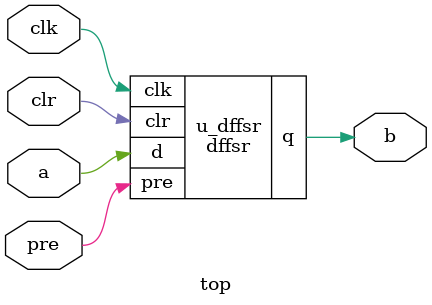
<source format=v>
module dffsr
    ( input d, clk, pre, clr, output reg q );
	always @( negedge clk, posedge pre, negedge clr )
		if ( pre )
			q <= 1'b1;
		else if ( clr )
			q <= 1'b0;
		else
            q <= d;
endmodule

module top (
input clk,
input clr,
input pre,
input a,
output b
);

dffsr u_dffsr (
        .clk (clk ),
`ifndef BUG
        .clr (clr),
        .pre (pre),
`else
        .clr (1'b1),
        .pre (1'b0),
`endif
        .d (a ),
        .q (b )
    );

endmodule

</source>
